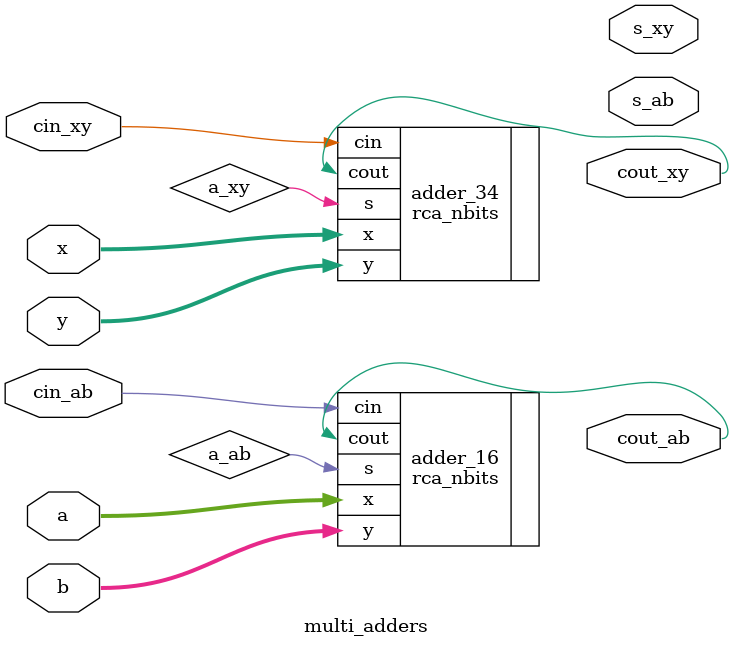
<source format=v>
`timescale 1ns / 1ps


module multi_adders(
    input [15:0] a, b,                  // For 16 bit RCA
    input cin_ab,
    output [15:0] s_ab,
    output cout_ab,
    
    input [33:0] x, y,                  // For a 34 bit RCA
    input cin_xy,
    output [33:0] s_xy,
    output cout_xy
    );
    
    rca_nbits #(.n(16)) adder_16(
        .x(a),
        .y(b),
        .cin(cin_ab),
        .s(a_ab),
        .cout(cout_ab)
    );
    rca_nbits #(.n(34)) adder_34(
        .x(x),
        .y(y),
        .cin(cin_xy),
        .s(a_xy),
        .cout(cout_xy)
    );
endmodule

</source>
